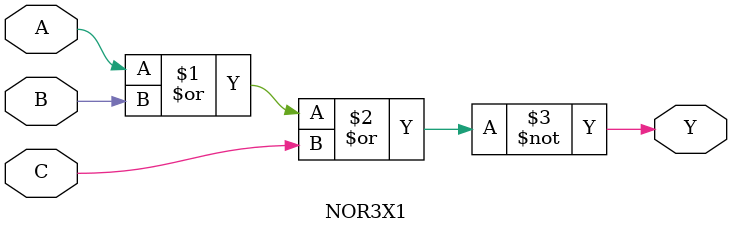
<source format=v>


module NOR3X1 (A, B, C, Y);
	input A, B, C;
	output Y;

	assign Y = ~(A | B | C);

endmodule

</source>
